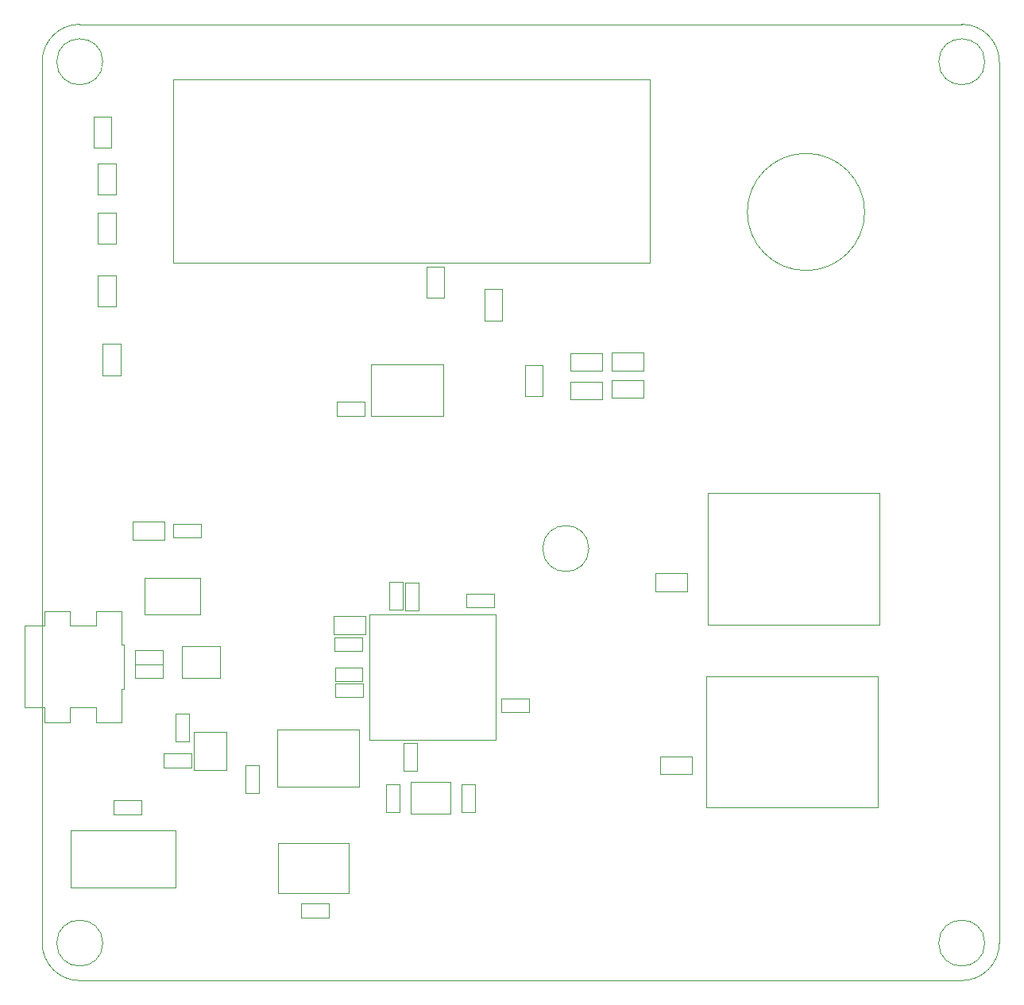
<source format=gbr>
%TF.GenerationSoftware,KiCad,Pcbnew,(7.0.0)*%
%TF.CreationDate,2023-04-20T13:59:00-06:00*%
%TF.ProjectId,Phase_B_ATMEGA_v3,50686173-655f-4425-9f41-544d4547415f,rev?*%
%TF.SameCoordinates,Original*%
%TF.FileFunction,Paste,Bot*%
%TF.FilePolarity,Positive*%
%FSLAX46Y46*%
G04 Gerber Fmt 4.6, Leading zero omitted, Abs format (unit mm)*
G04 Created by KiCad (PCBNEW (7.0.0)) date 2023-04-20 13:59:00*
%MOMM*%
%LPD*%
G01*
G04 APERTURE LIST*
%TA.AperFunction,Profile*%
%ADD10C,0.100000*%
%TD*%
%ADD11C,0.050000*%
%ADD12C,0.100000*%
G04 APERTURE END LIST*
D10*
X200100000Y-50480000D02*
G75*
G03*
X196100000Y-46480000I-4000000J0D01*
G01*
X102100000Y-46480000D02*
G75*
G03*
X98100000Y-50480000I0J-4000000D01*
G01*
X98100000Y-144480000D02*
X98100000Y-50480000D01*
X98100000Y-144480000D02*
G75*
G03*
X102100000Y-148480000I4000000J0D01*
G01*
X102100000Y-46480000D02*
X196100000Y-46480000D01*
X196100000Y-148480000D02*
G75*
G03*
X200100000Y-144480000I0J4000000D01*
G01*
X200100000Y-144480000D02*
X200100000Y-50480000D01*
X102100000Y-148480000D02*
X196100000Y-148480000D01*
D11*
%TO.C,LS1*%
X185750000Y-66500000D02*
G75*
G03*
X185750000Y-66500000I-6250000J0D01*
G01*
%TO.C,H5*%
X156350000Y-102400000D02*
G75*
G03*
X156350000Y-102400000I-2450000J0D01*
G01*
%TO.C,R14*%
X108020000Y-114770000D02*
X110980000Y-114770000D01*
X108020000Y-116230000D02*
X108020000Y-114770000D01*
X110980000Y-114770000D02*
X110980000Y-116230000D01*
X110980000Y-116230000D02*
X108020000Y-116230000D01*
%TO.C,R13*%
X128655000Y-141730000D02*
X125695000Y-141730000D01*
X128655000Y-140270000D02*
X128655000Y-141730000D01*
X125695000Y-141730000D02*
X125695000Y-140270000D01*
X125695000Y-140270000D02*
X128655000Y-140270000D01*
%TO.C,D3*%
X107757500Y-99550000D02*
X111117500Y-99550000D01*
X107757500Y-101450000D02*
X107757500Y-99550000D01*
X111117500Y-99550000D02*
X111117500Y-101450000D01*
X111117500Y-101450000D02*
X107757500Y-101450000D01*
%TO.C,R12*%
X104050000Y-69930000D02*
X104050000Y-66570000D01*
X105950000Y-69930000D02*
X104050000Y-69930000D01*
X104050000Y-66570000D02*
X105950000Y-66570000D01*
X105950000Y-66570000D02*
X105950000Y-69930000D01*
%TO.C,D1*%
X154382500Y-81550000D02*
X157742500Y-81550000D01*
X154382500Y-83450000D02*
X154382500Y-81550000D01*
X157742500Y-81550000D02*
X157742500Y-83450000D01*
X157742500Y-83450000D02*
X154382500Y-83450000D01*
%TO.C,C2*%
X142770000Y-130480000D02*
X142770000Y-127520000D01*
X144230000Y-130480000D02*
X142770000Y-130480000D01*
X142770000Y-127520000D02*
X144230000Y-127520000D01*
X144230000Y-127520000D02*
X144230000Y-130480000D01*
%TO.C,C10*%
X135070000Y-108900000D02*
X135070000Y-105940000D01*
X136530000Y-108900000D02*
X135070000Y-108900000D01*
X135070000Y-105940000D02*
X136530000Y-105940000D01*
X136530000Y-105940000D02*
X136530000Y-108900000D01*
%TO.C,C12*%
X136770000Y-108980000D02*
X136770000Y-106020000D01*
X138230000Y-108980000D02*
X136770000Y-108980000D01*
X136770000Y-106020000D02*
X138230000Y-106020000D01*
X138230000Y-106020000D02*
X138230000Y-108980000D01*
%TO.C,R4*%
X162152500Y-86355000D02*
X158792500Y-86355000D01*
X162152500Y-84455000D02*
X162152500Y-86355000D01*
X158792500Y-86355000D02*
X158792500Y-84455000D01*
X158792500Y-84455000D02*
X162152500Y-84455000D01*
D12*
%TO.C,S2*%
X187150000Y-130000000D02*
X168850000Y-130000000D01*
X187150000Y-130000000D02*
X168850000Y-130000000D01*
X187150000Y-116000000D02*
X187150000Y-130000000D01*
X187150000Y-116000000D02*
X187150000Y-130000000D01*
X168850000Y-130000000D02*
X168850000Y-116000000D01*
X168850000Y-130000000D02*
X168850000Y-116000000D01*
X168850000Y-116000000D02*
X187150000Y-116000000D01*
X168850000Y-116000000D02*
X187150000Y-116000000D01*
D11*
%TO.C,R16*%
X114980000Y-101230000D02*
X112020000Y-101230000D01*
X114980000Y-99770000D02*
X114980000Y-101230000D01*
X112020000Y-101230000D02*
X112020000Y-99770000D01*
X112020000Y-99770000D02*
X114980000Y-99770000D01*
%TO.C,R7*%
X104050000Y-64680000D02*
X104050000Y-61320000D01*
X105950000Y-64680000D02*
X104050000Y-64680000D01*
X104050000Y-61320000D02*
X105950000Y-61320000D01*
X105950000Y-61320000D02*
X105950000Y-64680000D01*
%TO.C,C8*%
X132550000Y-111580000D02*
X129150000Y-111580000D01*
X132550000Y-109620000D02*
X132550000Y-111580000D01*
X129150000Y-111580000D02*
X129150000Y-109620000D01*
X129150000Y-109620000D02*
X132550000Y-109620000D01*
%TO.C,U3*%
X133000000Y-109400000D02*
X133000000Y-122800000D01*
X133000000Y-109400000D02*
X146400000Y-109400000D01*
X133000000Y-122800000D02*
X146400000Y-122800000D01*
X146400000Y-109400000D02*
X146400000Y-122800000D01*
D12*
%TO.C,S1*%
X187300000Y-110500000D02*
X169000000Y-110500000D01*
X187300000Y-110500000D02*
X169000000Y-110500000D01*
X187300000Y-96500000D02*
X187300000Y-110500000D01*
X187300000Y-96500000D02*
X187300000Y-110500000D01*
X169000000Y-110500000D02*
X169000000Y-96500000D01*
X169000000Y-110500000D02*
X169000000Y-96500000D01*
X169000000Y-96500000D02*
X187300000Y-96500000D01*
X169000000Y-96500000D02*
X187300000Y-96500000D01*
D11*
%TO.C,C11*%
X143320000Y-107190000D02*
X146280000Y-107190000D01*
X143320000Y-108650000D02*
X143320000Y-107190000D01*
X146280000Y-107190000D02*
X146280000Y-108650000D01*
X146280000Y-108650000D02*
X143320000Y-108650000D01*
%TO.C,C5*%
X132180000Y-113330000D02*
X129220000Y-113330000D01*
X132180000Y-111870000D02*
X132180000Y-113330000D01*
X129220000Y-113330000D02*
X129220000Y-111870000D01*
X129220000Y-111870000D02*
X132180000Y-111870000D01*
%TO.C,U2*%
X140850000Y-88250000D02*
X140850000Y-82750000D01*
X140850000Y-82750000D02*
X133150000Y-82750000D01*
X133150000Y-88250000D02*
X140850000Y-88250000D01*
X133150000Y-82750000D02*
X133150000Y-88250000D01*
%TO.C,J3*%
X101120000Y-138550000D02*
X101120000Y-132450000D01*
X112320000Y-138550000D02*
X101120000Y-138550000D01*
X101120000Y-132450000D02*
X112320000Y-132450000D01*
X112320000Y-132450000D02*
X112320000Y-138550000D01*
%TO.C,C3*%
X134770000Y-130480000D02*
X134770000Y-127520000D01*
X136230000Y-130480000D02*
X134770000Y-130480000D01*
X134770000Y-127520000D02*
X136230000Y-127520000D01*
X136230000Y-127520000D02*
X136230000Y-130480000D01*
%TO.C,C7*%
X146995000Y-118370000D02*
X149955000Y-118370000D01*
X146995000Y-119830000D02*
X146995000Y-118370000D01*
X149955000Y-118370000D02*
X149955000Y-119830000D01*
X149955000Y-119830000D02*
X146995000Y-119830000D01*
%TO.C,F1*%
X109050000Y-105550000D02*
X114950000Y-105550000D01*
X109050000Y-109450000D02*
X109050000Y-105550000D01*
X114950000Y-105550000D02*
X114950000Y-109450000D01*
X114950000Y-109450000D02*
X109050000Y-109450000D01*
%TO.C,J1*%
X131840000Y-121700000D02*
X131840000Y-127800000D01*
X123190000Y-121700000D02*
X131840000Y-121700000D01*
X131840000Y-127800000D02*
X123190000Y-127800000D01*
X123190000Y-127800000D02*
X123190000Y-121700000D01*
%TO.C,C14*%
X121230000Y-125520000D02*
X121230000Y-128480000D01*
X119770000Y-125520000D02*
X121230000Y-125520000D01*
X121230000Y-128480000D02*
X119770000Y-128480000D01*
X119770000Y-128480000D02*
X119770000Y-125520000D01*
%TO.C,U1*%
X162900000Y-52392500D02*
X162900000Y-71892500D01*
X112100000Y-52392500D02*
X162900000Y-52392500D01*
X162900000Y-71892500D02*
X112100000Y-71892500D01*
X112100000Y-71892500D02*
X112100000Y-52392500D01*
%TO.C,D2*%
X154382500Y-84590000D02*
X157742500Y-84590000D01*
X154382500Y-86490000D02*
X154382500Y-84590000D01*
X157742500Y-84590000D02*
X157742500Y-86490000D01*
X157742500Y-86490000D02*
X154382500Y-86490000D01*
%TO.C,Y1*%
X141600000Y-130700000D02*
X141600000Y-127300000D01*
X141600000Y-127300000D02*
X137400000Y-127300000D01*
X137400000Y-130700000D02*
X141600000Y-130700000D01*
X137400000Y-127300000D02*
X137400000Y-130700000D01*
%TO.C,R15*%
X108020000Y-113270000D02*
X110980000Y-113270000D01*
X108020000Y-114730000D02*
X108020000Y-113270000D01*
X110980000Y-113270000D02*
X110980000Y-114730000D01*
X110980000Y-114730000D02*
X108020000Y-114730000D01*
%TO.C,R5*%
X145250000Y-78080000D02*
X145250000Y-74720000D01*
X147150000Y-78080000D02*
X145250000Y-78080000D01*
X145250000Y-74720000D02*
X147150000Y-74720000D01*
X147150000Y-74720000D02*
X147150000Y-78080000D01*
%TO.C,U4*%
X112950000Y-112800000D02*
X112950000Y-116200000D01*
X112950000Y-116200000D02*
X117050000Y-116200000D01*
X117050000Y-112800000D02*
X112950000Y-112800000D01*
X117050000Y-116200000D02*
X117050000Y-112800000D01*
%TO.C,C1*%
X132480000Y-88230000D02*
X129520000Y-88230000D01*
X132480000Y-86770000D02*
X132480000Y-88230000D01*
X129520000Y-88230000D02*
X129520000Y-86770000D01*
X129520000Y-86770000D02*
X132480000Y-86770000D01*
%TO.C,C15*%
X113980000Y-125730000D02*
X111020000Y-125730000D01*
X113980000Y-124270000D02*
X113980000Y-125730000D01*
X111020000Y-125730000D02*
X111020000Y-124270000D01*
X111020000Y-124270000D02*
X113980000Y-124270000D01*
%TO.C,R8*%
X104050000Y-76592500D02*
X104050000Y-73232500D01*
X105950000Y-76592500D02*
X104050000Y-76592500D01*
X104050000Y-73232500D02*
X105950000Y-73232500D01*
X105950000Y-73232500D02*
X105950000Y-76592500D01*
%TO.C,H3*%
X104550000Y-144480000D02*
G75*
G03*
X104550000Y-144480000I-2450000J0D01*
G01*
%TO.C,R1*%
X166830000Y-106950000D02*
X163470000Y-106950000D01*
X166830000Y-105050000D02*
X166830000Y-106950000D01*
X163470000Y-106950000D02*
X163470000Y-105050000D01*
X163470000Y-105050000D02*
X166830000Y-105050000D01*
%TO.C,C13*%
X112270000Y-122980000D02*
X112270000Y-120020000D01*
X113730000Y-122980000D02*
X112270000Y-122980000D01*
X112270000Y-120020000D02*
X113730000Y-120020000D01*
X113730000Y-120020000D02*
X113730000Y-122980000D01*
%TO.C,R3*%
X162152500Y-83405000D02*
X158792500Y-83405000D01*
X162152500Y-81505000D02*
X162152500Y-83405000D01*
X158792500Y-83405000D02*
X158792500Y-81505000D01*
X158792500Y-81505000D02*
X162152500Y-81505000D01*
%TO.C,U5*%
X117700000Y-121950000D02*
X114300000Y-121950000D01*
X114300000Y-121950000D02*
X114300000Y-126050000D01*
X117700000Y-126050000D02*
X117700000Y-121950000D01*
X114300000Y-126050000D02*
X117700000Y-126050000D01*
%TO.C,R11*%
X103550000Y-59680000D02*
X103550000Y-56320000D01*
X105450000Y-59680000D02*
X103550000Y-59680000D01*
X103550000Y-56320000D02*
X105450000Y-56320000D01*
X105450000Y-56320000D02*
X105450000Y-59680000D01*
%TO.C,H2*%
X198550000Y-50480000D02*
G75*
G03*
X198550000Y-50480000I-2450000J0D01*
G01*
%TO.C,C9*%
X132248330Y-116525791D02*
X129288330Y-116525791D01*
X132248330Y-115065791D02*
X132248330Y-116525791D01*
X129288330Y-116525791D02*
X129288330Y-115065791D01*
X129288330Y-115065791D02*
X132248330Y-115065791D01*
%TO.C,H4*%
X198550000Y-144480000D02*
G75*
G03*
X198550000Y-144480000I-2450000J0D01*
G01*
%TO.C,R10*%
X139050000Y-75680000D02*
X139050000Y-72320000D01*
X140950000Y-75680000D02*
X139050000Y-75680000D01*
X139050000Y-72320000D02*
X140950000Y-72320000D01*
X140950000Y-72320000D02*
X140950000Y-75680000D01*
%TO.C,J2*%
X106525000Y-109050000D02*
X103825000Y-109050000D01*
X106525000Y-109050000D02*
X106525000Y-112650000D01*
X101075000Y-109050000D02*
X98375000Y-109050000D01*
X103825000Y-110650000D02*
X103825000Y-109050000D01*
X103825000Y-110650000D02*
X101075000Y-110650000D01*
X101075000Y-110650000D02*
X101075000Y-109050000D01*
X98375000Y-110650000D02*
X98375000Y-109050000D01*
X96225000Y-110650000D02*
X98375000Y-110650000D01*
X96225000Y-110650000D02*
X96225000Y-119350000D01*
X106525000Y-112650000D02*
X106775000Y-112650000D01*
X106775000Y-117350000D02*
X106775000Y-112650000D01*
X106525000Y-117350000D02*
X106775000Y-117350000D01*
X103825000Y-119350000D02*
X101075000Y-119350000D01*
X103825000Y-119350000D02*
X103825000Y-120950000D01*
X101075000Y-119350000D02*
X101075000Y-120950000D01*
X98375000Y-119350000D02*
X98375000Y-120950000D01*
X96225000Y-119350000D02*
X98375000Y-119350000D01*
X106525000Y-120950000D02*
X106525000Y-117350000D01*
X106525000Y-120950000D02*
X103825000Y-120950000D01*
X101075000Y-120950000D02*
X98375000Y-120950000D01*
%TO.C,R6*%
X149550000Y-86180000D02*
X149550000Y-82820000D01*
X151450000Y-86180000D02*
X149550000Y-86180000D01*
X149550000Y-82820000D02*
X151450000Y-82820000D01*
X151450000Y-82820000D02*
X151450000Y-86180000D01*
%TO.C,R17*%
X108655000Y-130730000D02*
X105695000Y-130730000D01*
X108655000Y-129270000D02*
X108655000Y-130730000D01*
X105695000Y-130730000D02*
X105695000Y-129270000D01*
X105695000Y-129270000D02*
X108655000Y-129270000D01*
%TO.C,S3*%
X123250000Y-133850000D02*
X130750000Y-133850000D01*
X123250000Y-139150000D02*
X123250000Y-133850000D01*
X130750000Y-133850000D02*
X130750000Y-139150000D01*
X130750000Y-139150000D02*
X123250000Y-139150000D01*
%TO.C,C6*%
X132280000Y-118230000D02*
X129320000Y-118230000D01*
X132280000Y-116770000D02*
X132280000Y-118230000D01*
X129320000Y-118230000D02*
X129320000Y-116770000D01*
X129320000Y-116770000D02*
X132280000Y-116770000D01*
%TO.C,C4*%
X138030000Y-123165000D02*
X138030000Y-126125000D01*
X136570000Y-123165000D02*
X138030000Y-123165000D01*
X138030000Y-126125000D02*
X136570000Y-126125000D01*
X136570000Y-126125000D02*
X136570000Y-123165000D01*
%TO.C,R2*%
X167330000Y-126450000D02*
X163970000Y-126450000D01*
X167330000Y-124550000D02*
X167330000Y-126450000D01*
X163970000Y-126450000D02*
X163970000Y-124550000D01*
X163970000Y-124550000D02*
X167330000Y-124550000D01*
%TO.C,R9*%
X104550000Y-83930000D02*
X104550000Y-80570000D01*
X106450000Y-83930000D02*
X104550000Y-83930000D01*
X104550000Y-80570000D02*
X106450000Y-80570000D01*
X106450000Y-80570000D02*
X106450000Y-83930000D01*
%TO.C,H1*%
X104550000Y-50480000D02*
G75*
G03*
X104550000Y-50480000I-2450000J0D01*
G01*
%TD*%
M02*

</source>
